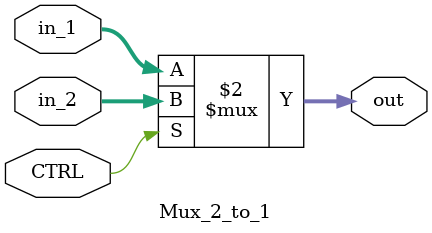
<source format=v>
`timescale 1ns / 1ps


module Mux_2_to_1(
    in_1, 
    in_2, 
    out, 
    CTRL
    );
    
parameter BITWIDTH = 32;
    
    input [BITWIDTH-1 : 0]  in_1;
    input [BITWIDTH-1 : 0]  in_2;
    input                   CTRL;
    
    output [BITWIDTH-1 : 0] out;
    
    assign out = (CTRL == 1'b0) ? in_1 : in_2;
    
endmodule

</source>
